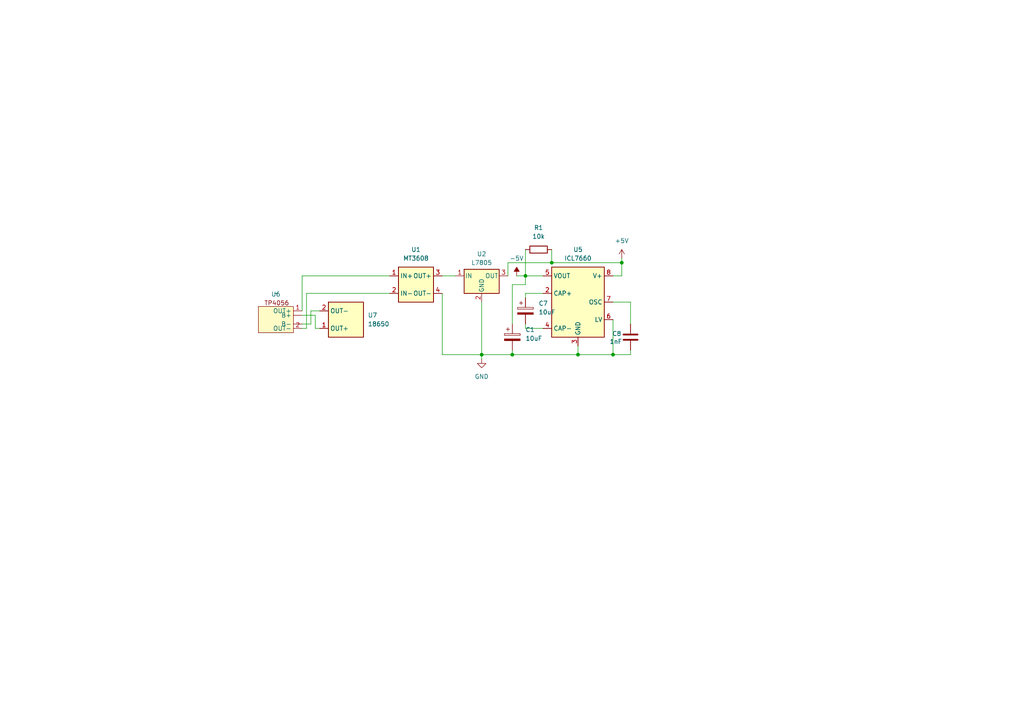
<source format=kicad_sch>
(kicad_sch (version 20250114) (generator "eeschema") (generator_version "9.0")
  (paper "A4")
  (lib_symbols
    (symbol "Device:C" (pin_numbers (hide yes)) (pin_names (offset 0.254))
      (property "Reference" "C" (at 0.635 2.54 0))
      (property "Value" "C" (at 0.635 -2.54 0))
      (symbol "C_0_1"
        (polyline (pts (xy -2.032 0.762) (xy 2.032 0.762)) (stroke (width 0.508)))
        (polyline (pts (xy -2.032 -0.762) (xy 2.032 -0.762)) (stroke (width 0.508)))
      )
      (symbol "C_1_1"
        (pin passive line (at 0 3.81 270) (length 2.794) (name "~") (number "1"))
        (pin passive line (at 0 -3.81 90) (length 2.794) (name "~") (number "2"))
      )
    )
    (symbol "Device:C_Polarized" (pin_numbers (hide yes)) (pin_names (offset 0.254))
      (property "Reference" "C" (at 0.635 2.54 0))
      (property "Value" "C_Polarized" (at 0.635 -2.54 0))
      (symbol "C_Polarized_0_1"
        (rectangle (start -2.286 0.508) (end 2.286 1.016))
        (polyline (pts (xy -1.778 2.286) (xy -0.762 2.286)))
        (polyline (pts (xy -1.27 2.794) (xy -1.27 1.778)))
        (rectangle (start 2.286 -0.508) (end -2.286 -1.016) (fill (type outline)))
      )
      (symbol "C_Polarized_1_1"
        (pin passive line (at 0 3.81 270) (length 2.794) (name "~") (number "1"))
        (pin passive line (at 0 -3.81 90) (length 2.794) (name "~") (number "2"))
      )
    )
    (symbol "Device:R" (pin_numbers (hide yes)) (pin_names (offset 0))
      (property "Reference" "R" (at 2.032 0 90))
      (property "Value" "R" (at 0 0 90))
      (symbol "R_0_1"
        (rectangle (start -1.016 -2.54) (end 1.016 2.54) (stroke (width 0.254)))
      )
      (symbol "R_1_1"
        (pin passive line (at 0 3.81 270) (length 1.27) (name "~") (number "1"))
        (pin passive line (at 0 -3.81 90) (length 1.27) (name "~") (number "2"))
      )
    )
    (symbol "New_Library:18650"
      (property "Reference" "U" (at -2.54 8.89 0))
      (property "Value" "18650" (at -3.81 6.35 0))
      (symbol "18650_0_1"
        (rectangle (start -5.08 5.08) (end 5.08 -5.08) (stroke (width 0.254)) (fill (type background)))
      )
      (symbol "18650_1_1"
        (pin no_connect line (at 5.08 0 180) (length 2.54) (hide yes) (name "NC") (number "6"))
        (pin passive line (at 7.62 2.54 180) (length 2.54) (name "OUT+") (number "1"))
        (pin input line (at 7.62 -2.54 180) (length 2.54) (name "OUT-") (number "2"))
      )
    )
    (symbol "New_Library:MT3608"
      (property "Reference" "U" (at -2.54 8.89 0))
      (property "Value" "MT3608" (at -3.81 6.35 0))
      (symbol "MT3608_0_1"
        (rectangle (start -5.08 5.08) (end 5.08 -5.08) (stroke (width 0.254)) (fill (type background)))
      )
      (symbol "MT3608_1_1"
        (pin power_in line (at -7.62 2.54 0) (length 2.54) (name "IN+") (number "1"))
        (pin input line (at -7.62 -2.54 0) (length 2.54) (name "IN-") (number "2"))
        (pin no_connect line (at 5.08 0 180) (length 2.54) (hide yes) (name "NC") (number "6"))
        (pin passive line (at 7.62 2.54 180) (length 2.54) (name "OUT+") (number "3"))
        (pin input line (at 7.62 -2.54 180) (length 2.54) (name "OUT-") (number "4"))
      )
    )
    (symbol "New_Library:TP4056"
      (property "Reference" "U6" (at 0 7.366 0))
      (property "Value" "~" (at 0 7.62 0))
      (symbol "TP4056_1_1"
        (rectangle (start -5.08 3.81) (end 5.08 -3.81) (fill (type color) (color 255 251 198 1)))
        (text "TP4056\n" (at 0.254 4.826 0) (effects (font (size 1.27 1.27))))
        (pin output line (at 7.62 2.54 180) (length 2.54) (name "OUT+") (number "1"))
        (pin output line (at 7.62 1.27 180) (length 2.54) (name "B+") (number ""))
        (pin output line (at 7.62 -1.27 180) (length 2.54) (name "B-") (number ""))
        (pin output line (at 7.62 -2.54 180) (length 2.54) (name "OUT-") (number "2"))
      )
    )
    (symbol "Regulator_Linear:L7805" (pin_names (offset 0.254))
      (property "Reference" "U" (at -3.81 3.175 0))
      (property "Value" "L7805" (at 0 3.175 0))
      (symbol "L7805_0_1"
        (rectangle (start -5.08 1.905) (end 5.08 -5.08) (stroke (width 0.254)) (fill (type background)))
      )
      (symbol "L7805_1_1"
        (pin power_in line (at -7.62 0 0) (length 2.54) (name "IN") (number "1"))
        (pin power_in line (at 0 -7.62 90) (length 2.54) (name "GND") (number "2"))
        (pin power_out line (at 7.62 0 180) (length 2.54) (name "OUT") (number "3"))
      )
    )
    (symbol "Regulator_SwitchedCapacitor:ICL7660"
      (property "Reference" "U" (at -6.35 11.43 0))
      (property "Value" "ICL7660" (at 3.81 11.43 0))
      (symbol "ICL7660_0_1"
        (rectangle (start -7.62 10.16) (end 7.62 -10.16) (stroke (width 0.254)) (fill (type background)))
      )
      (symbol "ICL7660_1_1"
        (pin power_in line (at -10.16 7.62 0) (length 2.54) (name "V+") (number "8"))
        (pin input line (at -10.16 0 0) (length 2.54) (name "OSC") (number "7"))
        (pin input line (at -10.16 -5.08 0) (length 2.54) (name "LV") (number "6"))
        (pin no_connect line (at -7.62 5.08 0) (length 2.54) (hide yes) (name "NC") (number "1"))
        (pin power_in line (at 0 -12.7 90) (length 2.54) (name "GND") (number "3"))
        (pin power_out line (at 10.16 7.62 180) (length 2.54) (name "VOUT") (number "5"))
        (pin input line (at 10.16 2.54 180) (length 2.54) (name "CAP+") (number "2"))
        (pin input line (at 10.16 -7.62 180) (length 2.54) (name "CAP-") (number "4"))
      )
    )
    (symbol "power:+5V" (power) (pin_numbers (hide yes)) (pin_names (offset 0) (hide yes))
      (property "Value" "+5V" (at 0 3.556 0))
      (symbol "+5V_0_1"
        (polyline (pts (xy -0.762 1.27) (xy 0 2.54)))
        (polyline (pts (xy 0 2.54) (xy 0.762 1.27)))
        (polyline (pts (xy 0 0) (xy 0 2.54)))
      )
      (symbol "+5V_1_1"
        (pin power_in line (at 0 0 90) (length 0) (name "~") (number "1"))
      )
    )
    (symbol "power:-5V" (power) (pin_numbers (hide yes)) (pin_names (offset 0) (hide yes))
      (property "Value" "-5V" (at 0 3.556 0))
      (symbol "-5V_0_0"
        (pin power_in line (at 0 0 90) (length 0) (name "~") (number "1"))
      )
      (symbol "-5V_0_1"
        (polyline (pts (xy 0 0) (xy 0 1.27) (xy 0.762 1.27) (xy 0 2.54) (xy -0.762 1.27) (xy 0 1.27)) (fill (type outline)))
      )
    )
    (symbol "power:GND" (power) (pin_numbers (hide yes)) (pin_names (offset 0) (hide yes))
      (property "Value" "GND" (at 0 -3.81 0))
      (symbol "GND_0_1"
        (polyline (pts (xy 0 0) (xy 0 -1.27) (xy 1.27 -1.27) (xy 0 -2.54) (xy -1.27 -1.27) (xy 0 -1.27)))
      )
      (symbol "GND_1_1"
        (pin power_in line (at 0 0 270) (length 0) (name "~") (number "1"))
      )
    )
  )
  (junction (at 180.34 76.2))
  (junction (at 152.4 80.01))
  (junction (at 148.59 102.87))
  (junction (at 167.64 102.87))
  (junction (at 139.7 102.87))
  (junction (at 160.02 76.2))
  (junction (at 177.8 102.87))
  (wire (pts (xy 148.59 101.6) (xy 148.59 102.87)))
  (wire (pts (xy 147.32 76.2) (xy 160.02 76.2)))
  (wire (pts (xy 152.4 86.36) (xy 152.4 85.09)))
  (wire (pts (xy 88.9 85.09) (xy 113.03 85.09)))
  (wire (pts (xy 152.4 80.01) (xy 157.48 80.01)))
  (wire (pts (xy 139.7 87.63) (xy 139.7 102.87)))
  (wire (pts (xy 182.88 101.6) (xy 182.88 102.87)))
  (wire (pts (xy 139.7 102.87) (xy 139.7 104.14)))
  (wire (pts (xy 152.4 82.55) (xy 152.4 80.01)))
  (wire (pts (xy 182.88 93.98) (xy 182.88 87.63)))
  (wire (pts (xy 152.4 93.98) (xy 152.4 95.25)))
  (wire (pts (xy 139.7 102.87) (xy 148.59 102.87)))
  (wire (pts (xy 152.4 95.25) (xy 157.48 95.25)))
  (wire (pts (xy 148.59 82.55) (xy 152.4 82.55)))
  (wire (pts (xy 152.4 85.09) (xy 157.48 85.09)))
  (wire (pts (xy 147.32 80.01) (xy 147.32 76.2)))
  (wire (pts (xy 87.63 91.44) (xy 91.44 91.44)))
  (wire (pts (xy 88.9 85.09) (xy 88.9 95.25)))
  (wire (pts (xy 128.27 80.01) (xy 132.08 80.01)))
  (wire (pts (xy 167.64 102.87) (xy 167.64 100.33)))
  (wire (pts (xy 152.4 72.39) (xy 152.4 80.01)))
  (wire (pts (xy 177.8 80.01) (xy 180.34 80.01)))
  (wire (pts (xy 87.63 80.01) (xy 113.03 80.01)))
  (wire (pts (xy 91.44 95.25) (xy 92.71 95.25)))
  (wire (pts (xy 90.17 90.17) (xy 90.17 93.98)))
  (wire (pts (xy 148.59 93.98) (xy 148.59 82.55)))
  (wire (pts (xy 91.44 91.44) (xy 91.44 95.25)))
  (wire (pts (xy 87.63 90.17) (xy 87.63 80.01)))
  (wire (pts (xy 182.88 87.63) (xy 177.8 87.63)))
  (wire (pts (xy 182.88 102.87) (xy 177.8 102.87)))
  (wire (pts (xy 88.9 95.25) (xy 87.63 95.25)))
  (wire (pts (xy 148.59 102.87) (xy 167.64 102.87)))
  (wire (pts (xy 90.17 93.98) (xy 87.63 93.98)))
  (wire (pts (xy 177.8 102.87) (xy 167.64 102.87)))
  (wire (pts (xy 92.71 90.17) (xy 90.17 90.17)))
  (wire (pts (xy 180.34 76.2) (xy 180.34 80.01)))
  (wire (pts (xy 180.34 74.93) (xy 180.34 76.2)))
  (wire (pts (xy 160.02 72.39) (xy 160.02 76.2)))
  (wire (pts (xy 160.02 76.2) (xy 180.34 76.2)))
  (wire (pts (xy 177.8 92.71) (xy 177.8 102.87)))
  (wire (pts (xy 149.86 80.01) (xy 152.4 80.01)))
  (wire (pts (xy 128.27 102.87) (xy 139.7 102.87)))
  (wire (pts (xy 128.27 85.09) (xy 128.27 102.87)))
  (symbol (lib_id "power:-5V") (at 149.86 80.01 0) (unit 1)
    (property "Reference" "#PWR03" (effects (hide yes)))
    (property "Value" "-5V" (at 149.86 74.93 0))
    (property "Description" "Power symbol creates a global label with name \"-5V\"" (effects (hide yes)))
  )
  (symbol (lib_id "Regulator_SwitchedCapacitor:ICL7660") (at 167.64 87.63 0) (mirror y) (unit 1)
    (property "Reference" "U5" (at 167.64 72.39 0))
    (property "Value" "ICL7660" (at 167.64 74.93 0))
    (property "Footprint" "Package_DIP:DIP-8_W7.62mm_LongPads" (effects (hide yes)))
    (property "Datasheet" "http://datasheets.maximintegrated.com/en/ds/ICL7660-MAX1044.pdf" (effects (hide yes)))
    (property "Description" "Switched-Capacitor Voltage Converter, 1.5V to 10.0V operating supply voltage, 10mA with a 0.5V output drop, SO-8/DIP-8/µMAX-8/TO-99" (effects (hide yes)))
  )
  (symbol (lib_id "New_Library:TP4056") (at 80.01 92.71 0) (unit 1)
    (property "Reference" "U6" (at 80.01 85.344 0))
    (property "Value" "~" (at 80.01 85.09 0))
    (property "Footprint" "Library:TP4056" (effects (hide yes)))
  )
  (symbol (lib_id "New_Library:MT3608") (at 120.65 82.55 0) (unit 1)
    (property "Reference" "U1" (at 120.65 72.39 0))
    (property "Value" "MT3608" (at 120.65 74.93 0))
    (property "Footprint" "Library:MT3608" (effects (hide yes)))
    (property "Datasheet" "https://www.olimex.com/Products/Breadboarding/BB-PWR-3608/resources/MT3608.pdf" (effects (hide yes)))
    (property "Description" "High Efficiency 1.2MHz 2A Step Up Converter, 2-24V Vin, 28V Vout, 4A current limit, 1.2MHz, SOT23-6" (effects (hide yes)))
  )
  (symbol (lib_id "Regulator_Linear:L7805") (at 139.7 80.01 0) (unit 1)
    (property "Reference" "U2" (at 139.7 73.66 0))
    (property "Value" "L7805" (at 139.7 76.2 0))
    (property "Footprint" "Package_TO_SOT_THT:TO-220-3_Vertical" (effects (hide yes)))
    (property "Datasheet" "http://www.st.com/content/ccc/resource/technical/document/datasheet/41/4f/b3/b0/12/d4/47/88/CD00000444.pdf/files/CD00000444.pdf/jcr:content/translations/en.CD00000444.pdf" (effects (hide yes)))
    (property "Description" "Positive 1.5A 35V Linear Regulator, Fixed Output 5V, TO-220/TO-263/TO-252" (effects (hide yes)))
  )
  (symbol (lib_id "Device:C") (at 182.88 97.79 0) (unit 1)
    (property "Reference" "C8" (at 177.546 96.774 0) (effects (justify left)))
    (property "Value" "1nF" (at 176.784 99.06 0) (effects (justify left)))
    (property "Footprint" "Capacitor_THT:C_Disc_D10.5mm_W5.0mm_P5.00mm" (effects (hide yes)))
  )
  (symbol (lib_id "Device:R") (at 156.21 72.39 90) (unit 1)
    (property "Reference" "R1" (at 156.21 66.04 90))
    (property "Value" "10k" (at 156.21 68.58 90))
    (property "Footprint" "Resistor_THT:R_Axial_DIN0309_L9.0mm_D3.2mm_P15.24mm_Horizontal" (effects (hide yes)))
  )
  (symbol (lib_id "New_Library:18650") (at 100.33 92.71 180) (unit 1)
    (property "Reference" "U7" (at 106.68 91.4399 0) (effects (justify right)))
    (property "Value" "18650" (at 106.68 93.9799 0) (effects (justify right)))
    (property "Footprint" "Package_TO_SOT_SMD:SOT-23-6" (effects (hide yes)))
    (property "Datasheet" "https://www.olimex.com/Products/Breadboarding/BB-PWR-3608/resources/MT3608.pdf" (effects (hide yes)))
    (property "Description" "High Efficiency 1.2MHz 2A Step Up Converter, 2-24V Vin, 28V Vout, 4A current limit, 1.2MHz, SOT23-6" (effects (hide yes)))
  )
  (symbol (lib_id "Device:C_Polarized") (at 148.59 97.79 0) (unit 1)
    (property "Reference" "C1" (at 152.4 95.6309 0) (effects (justify left)))
    (property "Value" "10uF" (at 152.4 98.1709 0) (effects (justify left)))
    (property "Footprint" "Capacitor_THT:CP_Radial_D5.0mm_P2.00mm" (effects (hide yes)))
    (property "Description" "Polarized capacitor" (effects (hide yes)))
  )
  (symbol (lib_id "power:+5V") (at 180.34 74.93 0) (unit 1)
    (property "Reference" "#PWR02" (effects (hide yes)))
    (property "Value" "+5V" (at 180.34 69.85 0))
    (property "Description" "Power symbol creates a global label with name \"+5V\"" (effects (hide yes)))
  )
  (symbol (lib_id "power:GND") (at 139.7 104.14 0) (unit 1)
    (property "Reference" "#PWR01" (effects (hide yes)))
    (property "Value" "GND" (at 139.7 109.22 0))
    (property "Description" "Power symbol creates a global label with name \"GND\" , ground" (effects (hide yes)))
  )
  (symbol (lib_id "Device:C_Polarized") (at 152.4 90.17 0) (unit 1)
    (property "Reference" "C7" (at 156.21 88.0109 0) (effects (justify left)))
    (property "Value" "10uF" (at 156.21 90.5509 0) (effects (justify left)))
    (property "Footprint" "Capacitor_THT:CP_Radial_D5.0mm_P2.00mm" (effects (hide yes)))
    (property "Description" "Polarized capacitor" (effects (hide yes)))
  )
)
</source>
